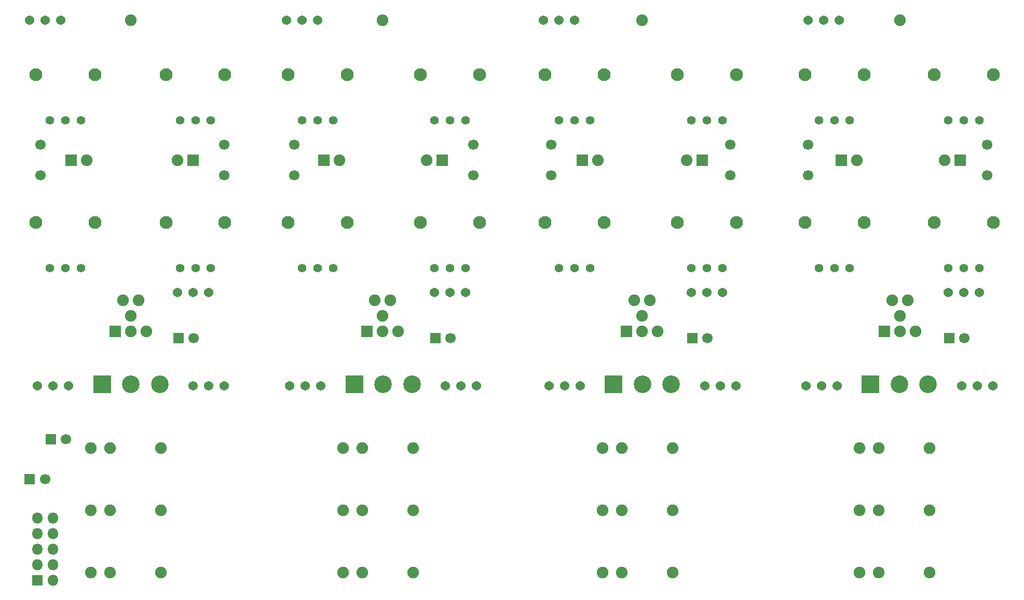
<source format=gts>
G04 #@! TF.GenerationSoftware,KiCad,Pcbnew,(5.1.6-0-10_14)*
G04 #@! TF.CreationDate,2022-01-22T16:52:21+00:00*
G04 #@! TF.ProjectId,Quad Tube VCA,51756164-2054-4756-9265-205643412e6b,rev?*
G04 #@! TF.SameCoordinates,Original*
G04 #@! TF.FileFunction,Soldermask,Top*
G04 #@! TF.FilePolarity,Negative*
%FSLAX46Y46*%
G04 Gerber Fmt 4.6, Leading zero omitted, Abs format (unit mm)*
G04 Created by KiCad (PCBNEW (5.1.6-0-10_14)) date 2022-01-22 16:52:21*
%MOMM*%
%LPD*%
G01*
G04 APERTURE LIST*
%ADD10C,2.875000*%
%ADD11R,2.875000X2.875000*%
%ADD12C,1.700000*%
%ADD13R,1.700000X1.700000*%
%ADD14C,1.900000*%
%ADD15R,1.900000X1.900000*%
%ADD16C,2.100000*%
%ADD17C,1.400000*%
%ADD18C,1.540000*%
%ADD19O,1.800000X1.800000*%
%ADD20R,1.800000X1.800000*%
G04 APERTURE END LIST*
D10*
X89790000Y-107702500D03*
X85090000Y-107702500D03*
D11*
X80390000Y-107702500D03*
D10*
X130938000Y-107702500D03*
X126238000Y-107702500D03*
D11*
X121538000Y-107702500D03*
D10*
X173229000Y-107702500D03*
X168529000Y-107702500D03*
D11*
X163829000Y-107702500D03*
D10*
X215139000Y-107702500D03*
X210439000Y-107702500D03*
D11*
X205739000Y-107702500D03*
D12*
X221067000Y-100203000D03*
D13*
X218567000Y-100203000D03*
D12*
X179157000Y-100203000D03*
D13*
X176657000Y-100203000D03*
D12*
X137247000Y-100203000D03*
D13*
X134747000Y-100203000D03*
D12*
X95337000Y-100203000D03*
D13*
X92837000Y-100203000D03*
D12*
X74509000Y-116713000D03*
D13*
X72009000Y-116713000D03*
D12*
X71080000Y-123190000D03*
D13*
X68580000Y-123190000D03*
D14*
X126153333Y-48260000D03*
X126153333Y-96520000D03*
X124883333Y-93980000D03*
X127423333Y-93980000D03*
X128693333Y-99060000D03*
X126153333Y-99060000D03*
D15*
X123613333Y-99060000D03*
D14*
X85090000Y-48260000D03*
X85090000Y-96520000D03*
X83820000Y-93980000D03*
X86360000Y-93980000D03*
X87630000Y-99060000D03*
X85090000Y-99060000D03*
D15*
X82550000Y-99060000D03*
D14*
X210550000Y-48260000D03*
X210550000Y-96520000D03*
X209280000Y-93980000D03*
X211820000Y-93980000D03*
X213090000Y-99060000D03*
X210550000Y-99060000D03*
D15*
X208010000Y-99060000D03*
D14*
X168486666Y-48260000D03*
X168486666Y-96520000D03*
X167216666Y-93980000D03*
X169756666Y-93980000D03*
X171026666Y-99060000D03*
X168486666Y-99060000D03*
D15*
X165946666Y-99060000D03*
D16*
X204680000Y-57150000D03*
X195080000Y-57150000D03*
D17*
X202380000Y-64650000D03*
X199880000Y-64650000D03*
X197380000Y-64650000D03*
D16*
X162280000Y-57150000D03*
X152680000Y-57150000D03*
D17*
X159980000Y-64650000D03*
X157480000Y-64650000D03*
X154980000Y-64650000D03*
D16*
X120370000Y-57150000D03*
X110770000Y-57150000D03*
D17*
X118070000Y-64650000D03*
X115570000Y-64650000D03*
X113070000Y-64650000D03*
D16*
X79222000Y-57150000D03*
X69622000Y-57150000D03*
D17*
X76922000Y-64650000D03*
X74422000Y-64650000D03*
X71922000Y-64650000D03*
D16*
X204680000Y-81280000D03*
X195080000Y-81280000D03*
D17*
X202380000Y-88780000D03*
X199880000Y-88780000D03*
X197380000Y-88780000D03*
D16*
X162280000Y-81280000D03*
X152680000Y-81280000D03*
D17*
X159980000Y-88780000D03*
X157480000Y-88780000D03*
X154980000Y-88780000D03*
D16*
X120370000Y-81280000D03*
X110770000Y-81280000D03*
D17*
X118070000Y-88780000D03*
X115570000Y-88780000D03*
X113070000Y-88780000D03*
D16*
X79222000Y-81280000D03*
X69622000Y-81280000D03*
D17*
X76922000Y-88780000D03*
X74422000Y-88780000D03*
X71922000Y-88780000D03*
D16*
X225780000Y-57150000D03*
X216180000Y-57150000D03*
D17*
X223480000Y-64650000D03*
X220980000Y-64650000D03*
X218480000Y-64650000D03*
D16*
X183870000Y-57150000D03*
X174270000Y-57150000D03*
D17*
X181570000Y-64650000D03*
X179070000Y-64650000D03*
X176570000Y-64650000D03*
D16*
X141960000Y-57150000D03*
X132360000Y-57150000D03*
D17*
X139660000Y-64650000D03*
X137160000Y-64650000D03*
X134660000Y-64650000D03*
D16*
X100431000Y-57150000D03*
X90831000Y-57150000D03*
D17*
X98131000Y-64650000D03*
X95631000Y-64650000D03*
X93131000Y-64650000D03*
D16*
X225780000Y-81280000D03*
X216180000Y-81280000D03*
D17*
X223480000Y-88780000D03*
X220980000Y-88780000D03*
X218480000Y-88780000D03*
D16*
X183870000Y-81280000D03*
X174270000Y-81280000D03*
D17*
X181570000Y-88780000D03*
X179070000Y-88780000D03*
X176570000Y-88780000D03*
D16*
X141960000Y-81280000D03*
X132360000Y-81280000D03*
D17*
X139660000Y-88780000D03*
X137160000Y-88780000D03*
X134660000Y-88780000D03*
D16*
X100431000Y-81280000D03*
X90831000Y-81280000D03*
D17*
X98131000Y-88780000D03*
X95631000Y-88780000D03*
X93131000Y-88780000D03*
D14*
X215389000Y-138430000D03*
X203989000Y-138430000D03*
X207089000Y-138430000D03*
X173449000Y-138430000D03*
X162049000Y-138430000D03*
X165149000Y-138430000D03*
X131158000Y-138430000D03*
X119758000Y-138430000D03*
X122858000Y-138430000D03*
X90010000Y-138430000D03*
X78610000Y-138430000D03*
X81710000Y-138430000D03*
X215389000Y-118110000D03*
X203989000Y-118110000D03*
X207089000Y-118110000D03*
X173449000Y-118110000D03*
X162049000Y-118110000D03*
X165149000Y-118110000D03*
X131158000Y-118110000D03*
X119758000Y-118110000D03*
X122858000Y-118110000D03*
X90010000Y-118110000D03*
X78610000Y-118110000D03*
X81710000Y-118110000D03*
X215389000Y-128270000D03*
X203989000Y-128270000D03*
X207089000Y-128270000D03*
X173449000Y-128270000D03*
X162049000Y-128270000D03*
X165149000Y-128270000D03*
X131158000Y-128270000D03*
X119758000Y-128270000D03*
X122858000Y-128270000D03*
X90010000Y-128270000D03*
X78610000Y-128270000D03*
X81710000Y-128270000D03*
D18*
X195580000Y-48260000D03*
X198120000Y-48260000D03*
X200660000Y-48260000D03*
X152400000Y-48260000D03*
X154940000Y-48260000D03*
X157480000Y-48260000D03*
X110490000Y-48260000D03*
X113030000Y-48260000D03*
X115570000Y-48260000D03*
X68580000Y-48260000D03*
X71120000Y-48260000D03*
X73660000Y-48260000D03*
X220599000Y-107950000D03*
X223139000Y-107950000D03*
X225679000Y-107950000D03*
X178689000Y-107950000D03*
X181229000Y-107950000D03*
X183769000Y-107950000D03*
X136398000Y-107950000D03*
X138938000Y-107950000D03*
X141478000Y-107950000D03*
X95250000Y-107950000D03*
X97790000Y-107950000D03*
X100330000Y-107950000D03*
X218440000Y-92710000D03*
X220980000Y-92710000D03*
X223520000Y-92710000D03*
X176530000Y-92710000D03*
X179070000Y-92710000D03*
X181610000Y-92710000D03*
X134620000Y-92710000D03*
X137160000Y-92710000D03*
X139700000Y-92710000D03*
X92710000Y-92710000D03*
X95250000Y-92710000D03*
X97790000Y-92710000D03*
X195199000Y-107950000D03*
X197739000Y-107950000D03*
X200279000Y-107950000D03*
X153289000Y-107950000D03*
X155829000Y-107950000D03*
X158369000Y-107950000D03*
X110998000Y-107950000D03*
X113538000Y-107950000D03*
X116078000Y-107950000D03*
X69850000Y-107950000D03*
X72390000Y-107950000D03*
X74930000Y-107950000D03*
D19*
X72390000Y-129540000D03*
X69850000Y-129540000D03*
X72390000Y-132080000D03*
X69850000Y-132080000D03*
X72390000Y-134620000D03*
X69850000Y-134620000D03*
X72390000Y-137160000D03*
X69850000Y-137160000D03*
X72390000Y-139700000D03*
D20*
X69850000Y-139700000D03*
D14*
X217805000Y-71120000D03*
D15*
X220345000Y-71120000D03*
D14*
X203536000Y-71120000D03*
D15*
X200996000Y-71120000D03*
D14*
X175768000Y-71120000D03*
D15*
X178308000Y-71120000D03*
D14*
X161290000Y-71120000D03*
D15*
X158750000Y-71120000D03*
D14*
X133350000Y-71120000D03*
D15*
X135890000Y-71120000D03*
D14*
X119126000Y-71120000D03*
D15*
X116586000Y-71120000D03*
D14*
X92710000Y-71120000D03*
D15*
X95250000Y-71120000D03*
D14*
X77851000Y-71120000D03*
D15*
X75311000Y-71120000D03*
D12*
X224790000Y-73580000D03*
X224790000Y-68580000D03*
X195580000Y-73580000D03*
X195580000Y-68580000D03*
X182880000Y-73580000D03*
X182880000Y-68580000D03*
X153670000Y-73580000D03*
X153670000Y-68580000D03*
X140970000Y-73580000D03*
X140970000Y-68580000D03*
X111760000Y-73580000D03*
X111760000Y-68580000D03*
X100330000Y-68580000D03*
X100330000Y-73580000D03*
X70358000Y-73580000D03*
X70358000Y-68580000D03*
M02*

</source>
